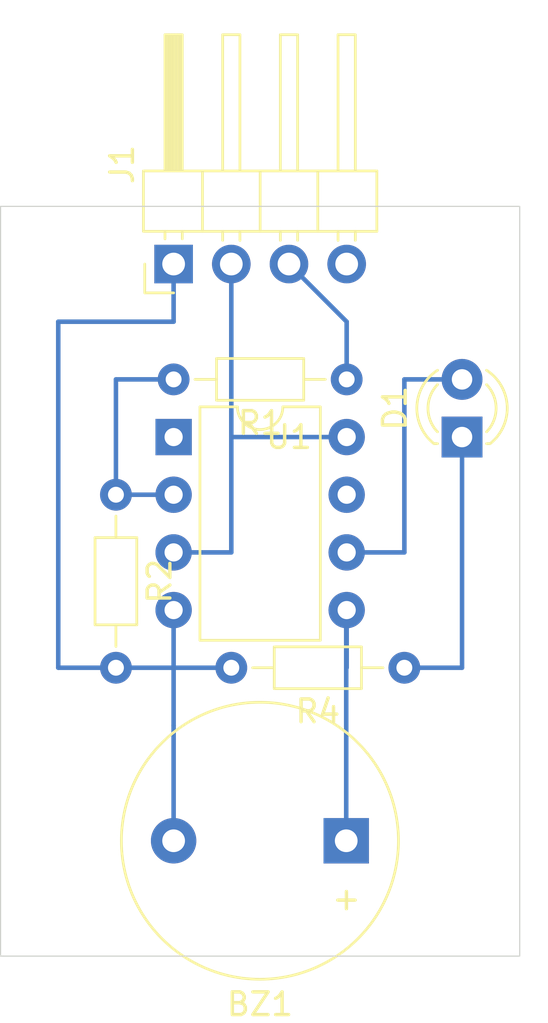
<source format=kicad_pcb>
(kicad_pcb (version 20240108) (generator "pcbnew") (generator_version "8.0")
  (layers (0 "F.Cu" signal) (31 "B.Cu" signal) (34 "B.Paste" user) (35 "F.Paste" user) (36 "B.SilkS" user "B.Silkscreen") (37 "F.SilkS" user "F.Silkscreen") (38 "B.Mask" user) (39 "F.Mask" user) (44 "Edge.Cuts" user))
  (net 0 "")
  (net 1 "Net-(BZ1-+)")
  (net 3 "Net-(J1-Pin_2)")
  (net 4 "Net-(BZ1--)")
  (net 6 "Net-(U1-XTAL1{slash}PB3)")
  (net 7 "Net-(D1-A)")
  (net 8 "Net-(D1-K)")
  (net 10 "Net-(J1-Pin_3)")
  (footprint "Resistor_THT:R_Axial_DIN0204_L3.6mm_D1.6mm_P7.62mm_Horizontal" (layer "F.Cu") (at 55.88 43.18 180)
    (property "Reference" "R4" (at 3.81 -1.92 360) (layer "F.SilkS"))
    (property "Value" "1k")
    (fp_line (start 6.68 0) (end 5.73 0) (stroke (width 0.12)) (layer "F.SilkS"))
    (fp_line (start 5.73 0.92) (end 5.73 -0.92) (stroke (width 0.12)) (layer "F.SilkS"))
    (fp_line (start 5.73 -0.92) (end 1.89 -0.92) (stroke (width 0.12)) (layer "F.SilkS"))
    (fp_line (start 1.89 0.92) (end 5.73 0.92) (stroke (width 0.12)) (layer "F.SilkS"))
    (fp_line (start 1.89 -0.92) (end 1.89 0.92) (stroke (width 0.12)) (layer "F.SilkS"))
    (fp_line (start 0.94 0) (end 1.89 0) (stroke (width 0.12)) (layer "F.SilkS"))
    (pad "1" thru_hole circle (at 0 0 180) (size 1.4 1.4) (drill 0.7) (layers "*.Cu" "*.Mask") (net 8 "Net-(D1-K)"))
    (pad "2" thru_hole oval (at 7.62 0 180) (size 1.4 1.4) (drill 0.7) (layers "*.Cu" "*.Mask") (net 4 "Net-(BZ1--)"))
  )
  (footprint "Resistor_THT:R_Axial_DIN0204_L3.6mm_D1.6mm_P7.62mm_Horizontal" (layer "F.Cu") (at 43.18 35.56 -90)
    (property "Reference" "R2" (at 3.81 -1.92 -90) (layer "F.SilkS"))
    (property "Value" "20k")
    (fp_line (start 1.89 0.92) (end 5.73 0.92) (stroke (width 0.12)) (layer "F.SilkS"))
    (fp_line (start 5.73 0.92) (end 5.73 -0.92) (stroke (width 0.12)) (layer "F.SilkS"))
    (fp_line (start 0.94 0) (end 1.89 0) (stroke (width 0.12)) (layer "F.SilkS"))
    (fp_line (start 6.68 0) (end 5.73 0) (stroke (width 0.12)) (layer "F.SilkS"))
    (fp_line (start 1.89 -0.92) (end 1.89 0.92) (stroke (width 0.12)) (layer "F.SilkS"))
    (fp_line (start 5.73 -0.92) (end 1.89 -0.92) (stroke (width 0.12)) (layer "F.SilkS"))
    (pad "1" thru_hole circle (at 0 0 270) (size 1.4 1.4) (drill 0.7) (layers "*.Cu" "*.Mask") (net 6 "Net-(U1-XTAL1{slash}PB3)"))
    (pad "2" thru_hole oval (at 7.62 0 270) (size 1.4 1.4) (drill 0.7) (layers "*.Cu" "*.Mask") (net 4 "Net-(BZ1--)"))
  )
  (footprint "LED_THT:LED_D3.0mm" (layer "F.Cu") (at 58.42 33.02 90)
    (property "Reference" "D1" (at 1.27 -2.96 90) (layer "F.SilkS"))
    (property "Value" "LED")
    (fp_line (start -0.29 -1.236) (end -0.29 -1.08) (stroke (width 0.12)) (layer "F.SilkS"))
    (fp_line (start -0.29 1.08) (end -0.29 1.236) (stroke (width 0.12)) (layer "F.SilkS"))
    (fp_arc (start -0.29 -1.235516) (mid 1.366487 -1.987659) (end 2.942335 -1.078608) (stroke (width 0.12)) (layer "F.SilkS"))
    (fp_arc (start 0.229039 -1.08) (mid 1.270117 -1.5) (end 2.31113 -1.079837) (stroke (width 0.12)) (layer "F.SilkS"))
    (fp_arc (start 2.942335 1.078608) (mid 1.366487 1.987659) (end -0.29 1.235516) (stroke (width 0.12)) (layer "F.SilkS"))
    (fp_arc (start 2.31113 1.079837) (mid 1.270117 1.5) (end 0.229039 1.08) (stroke (width 0.12)) (layer "F.SilkS"))
    (pad "1" thru_hole rect (at 0 0 90) (size 1.8 1.8) (drill 0.9) (layers "*.Cu" "*.Mask") (net 8 "Net-(D1-K)"))
    (pad "2" thru_hole circle (at 2.54 0 90) (size 1.8 1.8) (drill 0.9) (layers "*.Cu" "*.Mask") (net 7 "Net-(D1-A)"))
  )
  (footprint "Connector_PinHeader_2.54mm:PinHeader_1x04_P2.54mm_Horizontal" (layer "F.Cu") (at 45.72 25.4 90)
    (property "Reference" "J1" (at 4.385 -2.27 90) (layer "F.SilkS"))
    (property "Value" "Balance Connector")
    (fp_line (start 4.1 -1.33) (end 1.44 -1.33) (stroke (width 0.12)) (layer "F.SilkS"))
    (fp_line (start 1.44 -1.33) (end 1.44 8.95) (stroke (width 0.12)) (layer "F.SilkS"))
    (fp_line (start -1.27 -1.27) (end 0 -1.27) (stroke (width 0.12)) (layer "F.SilkS"))
    (fp_line (start 10.1 -0.38) (end 10.1 0.38) (stroke (width 0.12)) (layer "F.SilkS"))
    (fp_line (start 4.1 -0.38) (end 10.1 -0.38) (stroke (width 0.12)) (layer "F.SilkS"))
    (fp_line (start 1.11 -0.38) (end 1.44 -0.38) (stroke (width 0.12)) (layer "F.SilkS"))
    (fp_line (start 4.1 -0.32) (end 10.1 -0.32) (stroke (width 0.12)) (layer "F.SilkS"))
    (fp_line (start 4.1 -0.2) (end 10.1 -0.2) (stroke (width 0.12)) (layer "F.SilkS"))
    (fp_line (start 4.1 -0.08) (end 10.1 -0.08) (stroke (width 0.12)) (layer "F.SilkS"))
    (fp_line (start -1.27 0) (end -1.27 -1.27) (stroke (width 0.12)) (layer "F.SilkS"))
    (fp_line (start 4.1 0.04) (end 10.1 0.04) (stroke (width 0.12)) (layer "F.SilkS"))
    (fp_line (start 4.1 0.16) (end 10.1 0.16) (stroke (width 0.12)) (layer "F.SilkS"))
    (fp_line (start 4.1 0.28) (end 10.1 0.28) (stroke (width 0.12)) (layer "F.SilkS"))
    (fp_line (start 10.1 0.38) (end 4.1 0.38) (stroke (width 0.12)) (layer "F.SilkS"))
    (fp_line (start 1.11 0.38) (end 1.44 0.38) (stroke (width 0.12)) (layer "F.SilkS"))
    (fp_line (start 1.44 1.27) (end 4.1 1.27) (stroke (width 0.12)) (layer "F.SilkS"))
    (fp_line (start 10.1 2.16) (end 10.1 2.92) (stroke (width 0.12)) (layer "F.SilkS"))
    (fp_line (start 4.1 2.16) (end 10.1 2.16) (stroke (width 0.12)) (layer "F.SilkS"))
    (fp_line (start 1.042929 2.16) (end 1.44 2.16) (stroke (width 0.12)) (layer "F.SilkS"))
    (fp_line (start 10.1 2.92) (end 4.1 2.92) (stroke (width 0.12)) (layer "F.SilkS"))
    (fp_line (start 1.042929 2.92) (end 1.44 2.92) (stroke (width 0.12)) (layer "F.SilkS"))
    (fp_line (start 1.44 3.81) (end 4.1 3.81) (stroke (width 0.12)) (layer "F.SilkS"))
    (fp_line (start 10.1 4.7) (end 10.1 5.46) (stroke (width 0.12)) (layer "F.SilkS"))
    (fp_line (start 4.1 4.7) (end 10.1 4.7) (stroke (width 0.12)) (layer "F.SilkS"))
    (fp_line (start 1.042929 4.7) (end 1.44 4.7) (stroke (width 0.12)) (layer "F.SilkS"))
    (fp_line (start 10.1 5.46) (end 4.1 5.46) (stroke (width 0.12)) (layer "F.SilkS"))
    (fp_line (start 1.042929 5.46) (end 1.44 5.46) (stroke (width 0.12)) (layer "F.SilkS"))
    (fp_line (start 1.44 6.35) (end 4.1 6.35) (stroke (width 0.12)) (layer "F.SilkS"))
    (fp_line (start 10.1 7.24) (end 10.1 8) (stroke (width 0.12)) (layer "F.SilkS"))
    (fp_line (start 4.1 7.24) (end 10.1 7.24) (stroke (width 0.12)) (layer "F.SilkS"))
    (fp_line (start 1.042929 7.24) (end 1.44 7.24) (stroke (width 0.12)) (layer "F.SilkS"))
    (fp_line (start 10.1 8) (end 4.1 8) (stroke (width 0.12)) (layer "F.SilkS"))
    (fp_line (start 1.042929 8) (end 1.44 8) (stroke (width 0.12)) (layer "F.SilkS"))
    (fp_line (start 4.1 8.95) (end 4.1 -1.33) (stroke (width 0.12)) (layer "F.SilkS"))
    (fp_line (start 1.44 8.95) (end 4.1 8.95) (stroke (width 0.12)) (layer "F.SilkS"))
    (pad "1" thru_hole rect (at 0 0 90) (size 1.7 1.7) (drill 1) (layers "*.Cu" "*.Mask") (net 4 "Net-(BZ1--)"))
    (pad "2" thru_hole oval (at 0 2.54 90) (size 1.7 1.7) (drill 1) (layers "*.Cu" "*.Mask") (net 3 "Net-(J1-Pin_2)"))
    (pad "3" thru_hole oval (at 0 5.08 90) (size 1.7 1.7) (drill 1) (layers "*.Cu" "*.Mask") (net 10 "Net-(J1-Pin_3)"))
    (pad "4" thru_hole oval (at 0 7.62 90) (size 1.7 1.7) (drill 1) (layers "*.Cu" "*.Mask"))
  )
  (footprint "Resistor_THT:R_Axial_DIN0204_L3.6mm_D1.6mm_P7.62mm_Horizontal" (layer "F.Cu") (at 53.34 30.48 180)
    (property "Reference" "R1" (at 3.81 -1.92 180) (layer "F.SilkS"))
    (property "Value" "20k")
    (fp_line (start 6.68 0) (end 5.73 0) (stroke (width 0.12)) (layer "F.SilkS"))
    (fp_line (start 5.73 0.92) (end 5.73 -0.92) (stroke (width 0.12)) (layer "F.SilkS"))
    (fp_line (start 5.73 -0.92) (end 1.89 -0.92) (stroke (width 0.12)) (layer "F.SilkS"))
    (fp_line (start 1.89 0.92) (end 5.73 0.92) (stroke (width 0.12)) (layer "F.SilkS"))
    (fp_line (start 1.89 -0.92) (end 1.89 0.92) (stroke (width 0.12)) (layer "F.SilkS"))
    (fp_line (start 0.94 0) (end 1.89 0) (stroke (width 0.12)) (layer "F.SilkS"))
    (pad "1" thru_hole circle (at 0 0 180) (size 1.4 1.4) (drill 0.7) (layers "*.Cu" "*.Mask") (net 10 "Net-(J1-Pin_3)"))
    (pad "2" thru_hole oval (at 7.62 0 180) (size 1.4 1.4) (drill 0.7) (layers "*.Cu" "*.Mask") (net 6 "Net-(U1-XTAL1{slash}PB3)"))
  )
  (footprint "Buzzer_Beeper:Buzzer_12x9.5RM7.6" (layer "F.Cu") (at 53.32 50.8 180)
    (property "Reference" "BZ1" (at 3.8 -7.2 360) (layer "F.SilkS"))
    (property "Value" "Buzzer")
    (fp_circle (center 3.8 0) (end 9.9 0) (stroke (width 0.12)) (fill none) (layer "F.SilkS"))
    (fp_text user "+" (at -0.01 -2.54 360) (layer "F.SilkS"))
    (pad "1" thru_hole rect (at 0 0 180) (size 2 2) (drill 1) (layers "*.Cu" "*.Mask") (net 1 "Net-(BZ1-+)"))
    (pad "2" thru_hole circle (at 7.6 0 180) (size 2 2) (drill 1) (layers "*.Cu" "*.Mask") (net 4 "Net-(BZ1--)"))
  )
  (footprint "Package_DIP:DIP-8_W7.62mm" (layer "F.Cu") (at 45.72 33.02)
    (property "Reference" "U1" (at 5.08 0 0) (layer "F.SilkS"))
    (property "Value" "ATtiny85-20P")
    (fp_line (start 1.16 -1.33) (end 1.16 8.95) (stroke (width 0.12)) (layer "F.SilkS"))
    (fp_line (start 1.16 8.95) (end 6.46 8.95) (stroke (width 0.12)) (layer "F.SilkS"))
    (fp_line (start 2.81 -1.33) (end 1.16 -1.33) (stroke (width 0.12)) (layer "F.SilkS"))
    (fp_line (start 6.46 -1.33) (end 4.81 -1.33) (stroke (width 0.12)) (layer "F.SilkS"))
    (fp_line (start 6.46 8.95) (end 6.46 -1.33) (stroke (width 0.12)) (layer "F.SilkS"))
    (fp_arc (start 4.81 -1.33) (mid 3.81 -0.33) (end 2.81 -1.33) (stroke (width 0.12)) (layer "F.SilkS"))
    (pad "1" thru_hole rect (at 0 0) (size 1.6 1.6) (drill 0.8) (layers "*.Cu" "*.Mask"))
    (pad "2" thru_hole oval (at 0 2.54) (size 1.6 1.6) (drill 0.8) (layers "*.Cu" "*.Mask") (net 6 "Net-(U1-XTAL1{slash}PB3)"))
    (pad "3" thru_hole oval (at 0 5.08) (size 1.6 1.6) (drill 0.8) (layers "*.Cu" "*.Mask") (net 3 "Net-(J1-Pin_2)"))
    (pad "4" thru_hole oval (at 0 7.62) (size 1.6 1.6) (drill 0.8) (layers "*.Cu" "*.Mask") (net 4 "Net-(BZ1--)"))
    (pad "5" thru_hole oval (at 7.62 7.62) (size 1.6 1.6) (drill 0.8) (layers "*.Cu" "*.Mask") (net 1 "Net-(BZ1-+)"))
    (pad "6" thru_hole oval (at 7.62 5.08) (size 1.6 1.6) (drill 0.8) (layers "*.Cu" "*.Mask") (net 7 "Net-(D1-A)"))
    (pad "7" thru_hole oval (at 7.62 2.54) (size 1.6 1.6) (drill 0.8) (layers "*.Cu" "*.Mask"))
    (pad "8" thru_hole oval (at 7.62 0) (size 1.6 1.6) (drill 0.8) (layers "*.Cu" "*.Mask") (net 3 "Net-(J1-Pin_2)"))
  )
  (gr_rect (start 38.1 22.86) (end 60.96 55.88) (stroke (width 0.05)) (fill none) (layer "Edge.Cuts"))
  (segment (start 53.34 40.64) (end 53.34 43.18) (width 0.2) (layer "B.Cu") (net 1))
  (segment (start 53.32 40.66) (end 53.34 40.64) (width 0.2) (layer "B.Cu") (net 1))
  (segment (start 53.32 50.8) (end 53.32 40.66) (width 0.2) (layer "B.Cu") (net 1))
  (segment (start 48.26 38.1) (end 45.72 38.1) (width 0.2) (layer "B.Cu") (net 3))
  (segment (start 48.26 25.4) (end 48.26 33.02) (width 0.2) (layer "B.Cu") (net 3))
  (segment (start 48.26 33.02) (end 53.34 33.02) (width 0.2) (layer "B.Cu") (net 3))
  (segment (start 48.26 33.02) (end 48.26 38.1) (width 0.2) (layer "B.Cu") (net 3))
  (segment (start 40.64 43.18) (end 45.72 43.18) (width 0.2) (layer "B.Cu") (net 4))
  (segment (start 48.26 43.18) (end 45.72 43.18) (width 0.2) (layer "B.Cu") (net 4))
  (segment (start 45.72 45.72) (end 45.72 43.18) (width 0.2) (layer "B.Cu") (net 4))
  (segment (start 40.64 27.94) (end 40.64 43.18) (width 0.2) (layer "B.Cu") (net 4))
  (segment (start 45.72 25.4) (end 45.72 27.94) (width 0.2) (layer "B.Cu") (net 4))
  (segment (start 45.72 27.94) (end 40.64 27.94) (width 0.2) (layer "B.Cu") (net 4))
  (segment (start 45.72 40.64) (end 45.72 43.18) (width 0.2) (layer "B.Cu") (net 4))
  (segment (start 45.72 50.8) (end 45.72 45.72) (width 0.2) (layer "B.Cu") (net 4))
  (segment (start 45.72 35.56) (end 43.18 35.56) (width 0.2) (layer "B.Cu") (net 6))
  (segment (start 43.18 35.56) (end 43.18 30.48) (width 0.2) (layer "B.Cu") (net 6))
  (segment (start 43.18 30.48) (end 45.72 30.48) (width 0.2) (layer "B.Cu") (net 6))
  (segment (start 55.88 38.1) (end 55.88 30.48) (width 0.2) (layer "B.Cu") (net 7))
  (segment (start 55.88 30.48) (end 58.42 30.48) (width 0.2) (layer "B.Cu") (net 7))
  (segment (start 53.34 38.1) (end 55.88 38.1) (width 0.2) (layer "B.Cu") (net 7))
  (segment (start 58.42 43.18) (end 55.88 43.18) (width 0.2) (layer "B.Cu") (net 8))
  (segment (start 58.42 33.02) (end 58.42 43.18) (width 0.2) (layer "B.Cu") (net 8))
  (segment (start 53.34 27.94) (end 53.34 30.48) (width 0.2) (layer "B.Cu") (net 10))
  (segment (start 50.8 25.4) (end 53.34 27.94) (width 0.2) (layer "B.Cu") (net 10))
)
</source>
